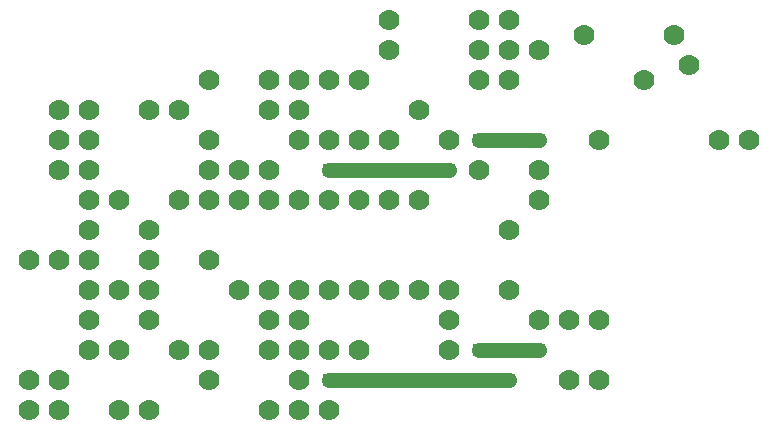
<source format=gtl>
G75*
%MOIN*%
%OFA0B0*%
%FSLAX25Y25*%
%IPPOS*%
%LPD*%
%AMOC8*
5,1,8,0,0,1.08239X$1,22.5*
%
%ADD10C,0.07000*%
%ADD11R,0.03962X0.03962*%
%ADD12C,0.05000*%
D10*
X0011000Y0011333D03*
X0021000Y0011333D03*
X0021000Y0021333D03*
X0011000Y0021333D03*
X0031000Y0031333D03*
X0041000Y0031333D03*
X0031000Y0041333D03*
X0031000Y0051333D03*
X0041000Y0051333D03*
X0051000Y0051333D03*
X0051000Y0041333D03*
X0061000Y0031333D03*
X0071000Y0031333D03*
X0071000Y0021333D03*
X0051000Y0011333D03*
X0041000Y0011333D03*
X0091000Y0011333D03*
X0101000Y0011333D03*
X0111000Y0011333D03*
X0101000Y0021333D03*
X0101000Y0031333D03*
X0091000Y0031333D03*
X0091000Y0041333D03*
X0101000Y0041333D03*
X0101000Y0051333D03*
X0091000Y0051333D03*
X0081000Y0051333D03*
X0071000Y0061333D03*
X0051000Y0061333D03*
X0051000Y0071333D03*
X0041000Y0081333D03*
X0031000Y0081333D03*
X0031000Y0071333D03*
X0031000Y0061333D03*
X0021000Y0061333D03*
X0011000Y0061333D03*
X0061000Y0081333D03*
X0071000Y0081333D03*
X0081000Y0081333D03*
X0091000Y0081333D03*
X0101000Y0081333D03*
X0111000Y0081333D03*
X0121000Y0081333D03*
X0131000Y0081333D03*
X0141000Y0081333D03*
X0161000Y0091333D03*
X0151000Y0101333D03*
X0141000Y0111333D03*
X0131000Y0101333D03*
X0121000Y0101333D03*
X0111000Y0101333D03*
X0101000Y0101333D03*
X0101000Y0111333D03*
X0091000Y0111333D03*
X0091000Y0121333D03*
X0101000Y0121333D03*
X0111000Y0121333D03*
X0121000Y0121333D03*
X0131000Y0131333D03*
X0131000Y0141333D03*
X0161000Y0141333D03*
X0171000Y0141333D03*
X0171000Y0131333D03*
X0181000Y0131333D03*
X0171000Y0121333D03*
X0161000Y0121333D03*
X0161000Y0131333D03*
X0196000Y0136333D03*
X0216000Y0121333D03*
X0231000Y0126333D03*
X0226000Y0136333D03*
X0241000Y0101333D03*
X0251000Y0101333D03*
X0201000Y0101333D03*
X0181000Y0091333D03*
X0181000Y0081333D03*
X0171000Y0071333D03*
X0171000Y0051333D03*
X0181000Y0041333D03*
X0191000Y0041333D03*
X0201000Y0041333D03*
X0201000Y0021333D03*
X0191000Y0021333D03*
X0151000Y0031333D03*
X0151000Y0041333D03*
X0151000Y0051333D03*
X0141000Y0051333D03*
X0131000Y0051333D03*
X0121000Y0051333D03*
X0111000Y0051333D03*
X0111000Y0031333D03*
X0121000Y0031333D03*
X0091000Y0091333D03*
X0081000Y0091333D03*
X0071000Y0091333D03*
X0071000Y0101333D03*
X0061000Y0111333D03*
X0051000Y0111333D03*
X0071000Y0121333D03*
X0031000Y0111333D03*
X0021000Y0111333D03*
X0021000Y0101333D03*
X0031000Y0101333D03*
X0031000Y0091333D03*
X0021000Y0091333D03*
D11*
X0111000Y0091333D03*
X0151000Y0091333D03*
X0161000Y0101333D03*
X0181000Y0101333D03*
X0181000Y0031333D03*
X0171000Y0021333D03*
X0161000Y0031333D03*
X0111000Y0021333D03*
D12*
X0171000Y0021333D01*
X0161000Y0031333D02*
X0181000Y0031333D01*
X0151000Y0091333D02*
X0111000Y0091333D01*
X0161000Y0101333D02*
X0181000Y0101333D01*
M02*

</source>
